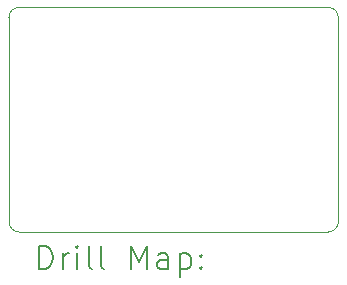
<source format=gbr>
%TF.GenerationSoftware,KiCad,Pcbnew,7.0.10-7.0.10~ubuntu22.04.1*%
%TF.CreationDate,2024-01-14T22:11:58+10:00*%
%TF.ProjectId,MXBreakout,4d584272-6561-46b6-9f75-742e6b696361,rev?*%
%TF.SameCoordinates,Original*%
%TF.FileFunction,Drillmap*%
%TF.FilePolarity,Positive*%
%FSLAX45Y45*%
G04 Gerber Fmt 4.5, Leading zero omitted, Abs format (unit mm)*
G04 Created by KiCad (PCBNEW 7.0.10-7.0.10~ubuntu22.04.1) date 2024-01-14 22:11:58*
%MOMM*%
%LPD*%
G01*
G04 APERTURE LIST*
%ADD10C,0.100000*%
%ADD11C,0.200000*%
G04 APERTURE END LIST*
D10*
X11500104Y-8020104D02*
X11500104Y-9749896D01*
X14204896Y-7935104D02*
X11585104Y-7935104D01*
X14290000Y-9750000D02*
X14289896Y-8020104D01*
X11585104Y-9834896D02*
X14205000Y-9835000D01*
X11500104Y-9749896D02*
G75*
G03*
X11585104Y-9834896I85000J0D01*
G01*
X11585104Y-7935104D02*
G75*
G03*
X11500104Y-8020104I0J-85000D01*
G01*
X14289896Y-8020104D02*
G75*
G03*
X14204896Y-7935104I-85000J0D01*
G01*
X14205000Y-9835000D02*
G75*
G03*
X14290000Y-9750000I0J85000D01*
G01*
D11*
X11755881Y-10151484D02*
X11755881Y-9951484D01*
X11755881Y-9951484D02*
X11803500Y-9951484D01*
X11803500Y-9951484D02*
X11832071Y-9961008D01*
X11832071Y-9961008D02*
X11851119Y-9980055D01*
X11851119Y-9980055D02*
X11860643Y-9999103D01*
X11860643Y-9999103D02*
X11870167Y-10037198D01*
X11870167Y-10037198D02*
X11870167Y-10065770D01*
X11870167Y-10065770D02*
X11860643Y-10103865D01*
X11860643Y-10103865D02*
X11851119Y-10122912D01*
X11851119Y-10122912D02*
X11832071Y-10141960D01*
X11832071Y-10141960D02*
X11803500Y-10151484D01*
X11803500Y-10151484D02*
X11755881Y-10151484D01*
X11955881Y-10151484D02*
X11955881Y-10018150D01*
X11955881Y-10056246D02*
X11965405Y-10037198D01*
X11965405Y-10037198D02*
X11974928Y-10027674D01*
X11974928Y-10027674D02*
X11993976Y-10018150D01*
X11993976Y-10018150D02*
X12013024Y-10018150D01*
X12079690Y-10151484D02*
X12079690Y-10018150D01*
X12079690Y-9951484D02*
X12070167Y-9961008D01*
X12070167Y-9961008D02*
X12079690Y-9970531D01*
X12079690Y-9970531D02*
X12089214Y-9961008D01*
X12089214Y-9961008D02*
X12079690Y-9951484D01*
X12079690Y-9951484D02*
X12079690Y-9970531D01*
X12203500Y-10151484D02*
X12184452Y-10141960D01*
X12184452Y-10141960D02*
X12174928Y-10122912D01*
X12174928Y-10122912D02*
X12174928Y-9951484D01*
X12308262Y-10151484D02*
X12289214Y-10141960D01*
X12289214Y-10141960D02*
X12279690Y-10122912D01*
X12279690Y-10122912D02*
X12279690Y-9951484D01*
X12536833Y-10151484D02*
X12536833Y-9951484D01*
X12536833Y-9951484D02*
X12603500Y-10094341D01*
X12603500Y-10094341D02*
X12670167Y-9951484D01*
X12670167Y-9951484D02*
X12670167Y-10151484D01*
X12851119Y-10151484D02*
X12851119Y-10046722D01*
X12851119Y-10046722D02*
X12841595Y-10027674D01*
X12841595Y-10027674D02*
X12822548Y-10018150D01*
X12822548Y-10018150D02*
X12784452Y-10018150D01*
X12784452Y-10018150D02*
X12765405Y-10027674D01*
X12851119Y-10141960D02*
X12832071Y-10151484D01*
X12832071Y-10151484D02*
X12784452Y-10151484D01*
X12784452Y-10151484D02*
X12765405Y-10141960D01*
X12765405Y-10141960D02*
X12755881Y-10122912D01*
X12755881Y-10122912D02*
X12755881Y-10103865D01*
X12755881Y-10103865D02*
X12765405Y-10084817D01*
X12765405Y-10084817D02*
X12784452Y-10075293D01*
X12784452Y-10075293D02*
X12832071Y-10075293D01*
X12832071Y-10075293D02*
X12851119Y-10065770D01*
X12946357Y-10018150D02*
X12946357Y-10218150D01*
X12946357Y-10027674D02*
X12965405Y-10018150D01*
X12965405Y-10018150D02*
X13003500Y-10018150D01*
X13003500Y-10018150D02*
X13022548Y-10027674D01*
X13022548Y-10027674D02*
X13032071Y-10037198D01*
X13032071Y-10037198D02*
X13041595Y-10056246D01*
X13041595Y-10056246D02*
X13041595Y-10113389D01*
X13041595Y-10113389D02*
X13032071Y-10132436D01*
X13032071Y-10132436D02*
X13022548Y-10141960D01*
X13022548Y-10141960D02*
X13003500Y-10151484D01*
X13003500Y-10151484D02*
X12965405Y-10151484D01*
X12965405Y-10151484D02*
X12946357Y-10141960D01*
X13127309Y-10132436D02*
X13136833Y-10141960D01*
X13136833Y-10141960D02*
X13127309Y-10151484D01*
X13127309Y-10151484D02*
X13117786Y-10141960D01*
X13117786Y-10141960D02*
X13127309Y-10132436D01*
X13127309Y-10132436D02*
X13127309Y-10151484D01*
X13127309Y-10027674D02*
X13136833Y-10037198D01*
X13136833Y-10037198D02*
X13127309Y-10046722D01*
X13127309Y-10046722D02*
X13117786Y-10037198D01*
X13117786Y-10037198D02*
X13127309Y-10027674D01*
X13127309Y-10027674D02*
X13127309Y-10046722D01*
M02*

</source>
